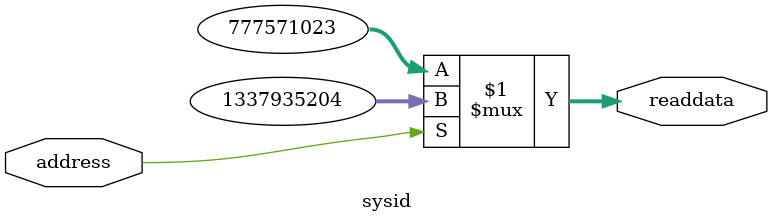
<source format=v>

`timescale 1ns / 1ps
// synthesis translate_on

// turn off superfluous verilog processor warnings 
// altera message_level Level1 
// altera message_off 10034 10035 10036 10037 10230 10240 10030 

module sysid (
               // inputs:
                address,

               // outputs:
                readdata
             )
;

  output  [ 31: 0] readdata;
  input            address;

  wire    [ 31: 0] readdata;
  //control_slave, which is an e_avalon_slave
  assign readdata = address ? 1337935204 : 777571023;

endmodule


</source>
